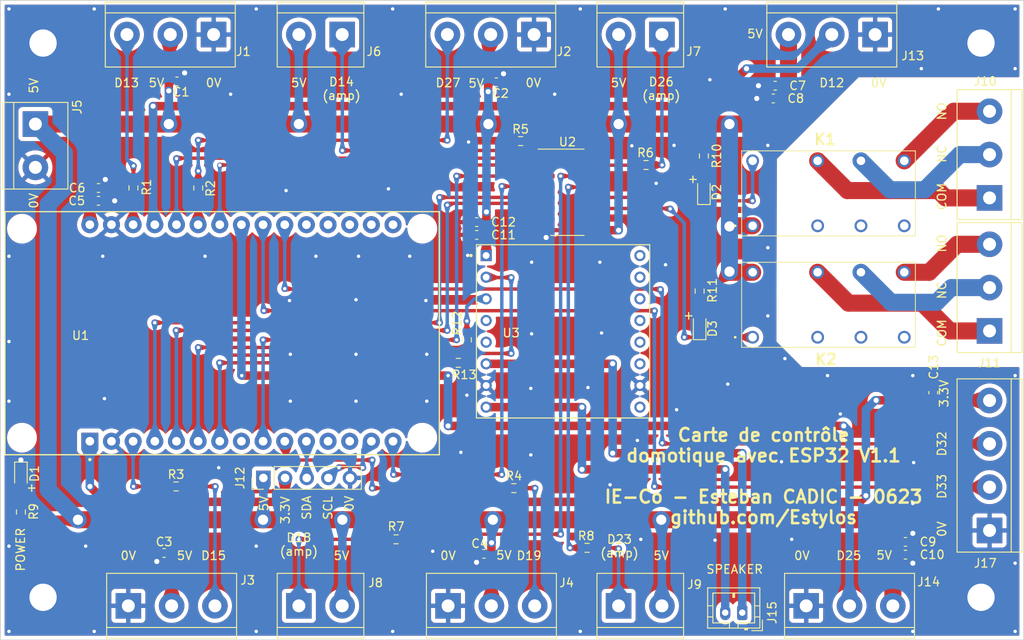
<source format=kicad_pcb>
(kicad_pcb (version 20221018) (generator pcbnew)
  (title_block (title "Circuit de contrôle domotique avec ESP32") (date "2023-06-15") (rev "V1.1") (company "IE-Concept") (comment 1 "Esteban CADIC"))
  (layers (0 "F.Cu" signal) (31 "B.Cu" signal) (34 "B.Paste" user) (35 "F.Paste" user) (36 "B.SilkS" user "B.Silkscreen") (37 "F.SilkS" user "F.Silkscreen") (38 "B.Mask" user) (39 "F.Mask" user) (44 "Edge.Cuts" user))
  (net 0 "")
  (net 1 "+5V")
  (net 2 "GND")
  (net 3 "Net-(J2-Pin_3)")
  (net 4 "Net-(J3-Pin_3)")
  (net 5 "Net-(J4-Pin_3)")
  (net 6 "Net-(J6-Pin_1)")
  (net 7 "Net-(J7-Pin_1)")
  (net 8 "Net-(J8-Pin_1)")
  (net 9 "/R1_NC")
  (net 10 "/R1_COM")
  (net 11 "/R1_NO")
  (net 12 "/PWM1")
  (net 13 "/PWM2")
  (net 14 "/SCL")
  (net 15 "/SDA")
  (net 16 "+3.3V")
  (net 17 "/RELAY1_AMP")
  (net 18 "/RELAY2_AMP")
  (net 19 "/IR1_AMP")
  (net 20 "/IR2_AMP")
  (net 21 "/IR3_AMP")
  (net 22 "/IR4_AMP")
  (net 23 "/UART2_RXD")
  (net 24 "Net-(U3-TX)")
  (net 25 "/UART2_TXD")
  (net 26 "Net-(U3-RX)")
  (net 27 "/RING1")
  (net 28 "/RING2")
  (net 29 "/RING3")
  (net 30 "/RING4")
  (net 31 "/IR4")
  (net 32 "/IR3")
  (net 33 "/IR1")
  (net 34 "/IR2")
  (net 35 "/RELAY2")
  (net 36 "/RELAY1")
  (net 48 "/MISC1")
  (net 49 "/MISC2")
  (net 58 "Net-(J1-Pin_3)")
  (net 59 "Net-(J15-Pin_2)")
  (net 60 "/R2_COM")
  (net 61 "/R2_NC")
  (net 62 "/R2_NO")
  (net 69 "Net-(J9-Pin_1)")
  (net 70 "Net-(D1-A)")
  (net 71 "Net-(D2-A)")
  (net 72 "Net-(D3-A)")
  (net 73 "Net-(J15-Pin_1)")
  (footprint "TerminalBlock:TerminalBlock_bornier-3_P5.08mm" (layer "F.Cu") (at 87.58 29 180)
    (fp_text reference "J2")
    (fp_text value "RING2")
  )
  (footprint "Capacitor_SMD:C_0603_1608Metric_Pad1.08x0.95mm_HandSolder" (layer "F.Cu") (at 131.1375 90)
    (fp_text reference "C10")
    (fp_text value "10u")
  )
  (footprint "TerminalBlock:TerminalBlock_bornier-3_P5.08mm" (layer "F.Cu") (at 40 96)
    (fp_text reference "J3")
    (fp_text value "RING3")
  )
  (footprint "Resistor_SMD:R_0603_1608Metric_Pad0.98x0.95mm_HandSolder" (layer "F.Cu") (at 85.2125 82.2)
    (fp_text reference "R4")
    (fp_text value "100")
  )
  (footprint "TerminalBlock:TerminalBlock_bornier-2_P5.08mm" (layer "F.Cu") (at 97.5 96)
    (fp_text reference "J9")
    (fp_text value "IR4")
  )
  (footprint "Resistor_SMD:R_0603_1608Metric_Pad0.98x0.95mm_HandSolder" (layer "F.Cu") (at 78.7 67.5)
    (fp_text reference "R13")
    (fp_text value "100")
  )
  (footprint "Resistor_SMD:R_0603_1608Metric_Pad0.98x0.95mm_HandSolder" (layer "F.Cu") (at 100.7125 44.3)
    (fp_text reference "R6")
    (fp_text value "100")
  )
  (footprint "Connector_JST:JST_PH_B2B-PH-K_1x02_P2.00mm_Vertical" (layer "F.Cu") (at 112 96.8 180)
    (fp_text reference "J15")
    (fp_text value "JST_SPK1")
  )
  (footprint "TerminalBlock:TerminalBlock_bornier-3_P5.08mm" (layer "F.Cu") (at 77.5 96)
    (fp_text reference "J4")
    (fp_text value "RING4")
  )
  (footprint "LED_SMD:LED_0603_1608Metric_Pad1.05x0.95mm_HandSolder" (layer "F.Cu") (at 107.5 47.275 90)
    (fp_text reference "D2")
    (fp_text value "LED")
  )
  (footprint "LED_SMD:LED_0603_1608Metric_Pad1.05x0.95mm_HandSolder" (layer "F.Cu") (at 107 63.125 90)
    (fp_text reference "D3")
    (fp_text value "LED")
  )
  (footprint "Resistor_SMD:R_0603_1608Metric_Pad0.98x0.95mm_HandSolder" (layer "F.Cu") (at 27.4 85 90)
    (fp_text reference "R9")
    (fp_text value "220")
  )
  (footprint "Capacitor_SMD:C_0603_1608Metric_Pad1.08x0.95mm_HandSolder" (layer "F.Cu") (at 81.7 89.9 180)
    (fp_text reference "C4")
    (fp_text value "0.1u")
  )
  (footprint "Resistor_SMD:R_0603_1608Metric_Pad0.98x0.95mm_HandSolder" (layer "F.Cu") (at 45.6 82)
    (fp_text reference "R3")
    (fp_text value "100")
  )
  (footprint "Resistor_SMD:R_0603_1608Metric_Pad0.98x0.95mm_HandSolder" (layer "F.Cu") (at 107 59.0875 -90)
    (fp_text reference "R11")
    (fp_text value "220")
  )
  (footprint "Resistor_SMD:R_0603_1608Metric_Pad0.98x0.95mm_HandSolder" (layer "F.Cu") (at 79.7 64.8 90)
    (fp_text reference "R12")
    (fp_text value "100")
  )
  (footprint "TerminalBlock:TerminalBlock_bornier-3_P5.08mm" (layer "F.Cu") (at 50 29 180)
    (fp_text reference "J1")
    (fp_text value "RING1")
  )
  (footprint "Capacitor_SMD:C_0603_1608Metric_Pad1.08x0.95mm_HandSolder" (layer "F.Cu") (at 115.6375 36.5 180)
    (fp_text reference "C8")
    (fp_text value "10u")
  )
  (footprint "Resistor_SMD:R_0603_1608Metric_Pad0.98x0.95mm_HandSolder" (layer "F.Cu") (at 86.0125 41.5 180)
    (fp_text reference "R5")
    (fp_text value "100")
  )
  (footprint "Connector_PinHeader_2.54mm:PinHeader_1x05_P2.54mm_Vertical" (layer "F.Cu") (at 55.84 81 90)
    (fp_text reference "J12")
    (fp_text value "I2C")
  )
  (footprint "CARTE_DOMO_EMP:MODULE_DFR0299" (layer "F.Cu") (at 90.983 63.81)
    (fp_text reference "U3")
    (fp_text value "DFR0299")
  )
  (footprint "CARTE_DOMO_EMP:J104D2C24VDC20S" (layer "F.Cu") (at 113.22 51.43)
    (fp_text reference "K1")
    (fp_text value "RELAY" hide)
  )
  (footprint "Resistor_SMD:R_0603_1608Metric_Pad0.98x0.95mm_HandSolder" (layer "F.Cu") (at 93.8 89.2)
    (fp_text reference "R8")
    (fp_text value "100")
  )
  (footprint "Capacitor_SMD:C_0603_1608Metric_Pad1.08x0.95mm_HandSolder" (layer "F.Cu") (at 36.5 47)
    (fp_text reference "C6")
    (fp_text value "10u")
  )
  (footprint "LED_SMD:LED_0603_1608Metric_Pad1.05x0.95mm_HandSolder" (layer "F.Cu") (at 27.4 80.8 -90)
    (fp_text reference "D1")
    (fp_text value "LED")
  )
  (footprint "Capacitor_SMD:C_0603_1608Metric_Pad1.08x0.95mm_HandSolder" (layer "F.Cu") (at 134.4 71 90)
    (fp_text reference "C13")
    (fp_text value "0.1u")
  )
  (footprint "CARTE_DOMO_EMP:J104D2C24VDC20S" (layer "F.Cu") (at 113.22 64.5)
    (fp_text reference "K2")
    (fp_text value "RELAY" hide)
  )
  (footprint "TerminalBlock:TerminalBlock_bornier-2_P5.08mm" (layer "F.Cu") (at 65.08 29 180)
    (fp_text reference "J6")
    (fp_text value "IR1")
  )
  (footprint "TerminalBlock:TerminalBlock_bornier-2_P5.08mm" (layer "F.Cu") (at 102.58 29 180)
    (fp_text reference "J7")
    (fp_text value "IR2")
  )
  (footprint "CARTE_DOMO_EMP:MODULE_ESP32_DEVKIT_V1" (layer "F.Cu") (at 51 64 90)
    (fp_text reference "U1")
    (fp_text value "ESP32_NODEMCU")
  )
  (footprint "Capacitor_SMD:C_0603_1608Metric_Pad1.08x0.95mm_HandSolder" (layer "F.Cu") (at 115.8625 35 180)
    (fp_text reference "C7")
    (fp_text value "10u")
  )
  (footprint "Resistor_SMD:R_0603_1608Metric_Pad0.98x0.95mm_HandSolder" (layer "F.Cu") (at 71.4 88.2 180)
    (fp_text reference "R7")
    (fp_text value "100")
  )
  (footprint "Capacitor_SMD:C_0603_1608Metric_Pad1.08x0.95mm_HandSolder" (layer "F.Cu") (at 44.2 89.8 180)
    (fp_text reference "C3")
    (fp_text value "0.1u")
  )
  (footprint "Resistor_SMD:R_0603_1608Metric_Pad0.98x0.95mm_HandSolder" (layer "F.Cu") (at 40.6 46.9875 90)
    (fp_text reference "R1")
    (fp_text value "100")
  )
  (footprint "Capacitor_SMD:C_0603_1608Metric_Pad1.08x0.95mm_HandSolder" (layer "F.Cu") (at 36.5 48.5)
    (fp_text reference "C5")
    (fp_text value "10u")
  )
  (footprint "TerminalBlock:TerminalBlock_bornier-3_P5.08mm" (layer "F.Cu") (at 141 48.16 90)
    (fp_text reference "J10")
    (fp_text value "RELAY1")
  )
  (footprint "TerminalBlock:TerminalBlock_bornier-4_P5.08mm" (layer "F.Cu") (at 141 87.16 90)
    (fp_text reference "J17")
    (fp_text value "MISC")
  )
  (footprint "Capacitor_SMD:C_0603_1608Metric_Pad1.08x0.95mm_HandSolder" (layer "F.Cu") (at 80.8625 51 180)
    (fp_text reference "C12")
    (fp_text value "10u")
  )
  (footprint "Capacitor_SMD:C_0603_1608Metric_Pad1.08x0.95mm_HandSolder" (layer "F.Cu") (at 80.8625 52.5 180)
    (fp_text reference "C11")
    (fp_text value "10u")
  )
  (footprint "Capacitor_SMD:C_0603_1608Metric_Pad1.08x0.95mm_HandSolder" (layer "F.Cu") (at 131.1375 88.5)
    (fp_text reference "C9")
    (fp_text value "10u")
  )
  (footprint "Capacitor_SMD:C_0603_1608Metric_Pad1.08x0.95mm_HandSolder" (layer "F.Cu") (at 45.7 34.5)
    (fp_text reference "C1")
    (fp_text value "0.1u")
  )
  (footprint "TerminalBlock:TerminalBlock_bornier-2_P5.08mm" (layer "F.Cu") (at 29.1 39.5 -90)
    (fp_text reference "J5")
    (fp_text value "5V")
  )
  (footprint "Capacitor_SMD:C_0603_1608Metric_Pad1.08x0.95mm_HandSolder" (layer "F.Cu") (at 83.1625 34.6)
    (fp_text reference "C2")
    (fp_text value "0.1u")
  )
  (footprint "Package_SO:SOIC-16_3.9x9.9mm_P1.27mm" (layer "F.Cu") (at 91.5 47.5)
    (fp_text reference "U2")
    (fp_text value "ULN2003A")
  )
  (footprint "TerminalBlock:TerminalBlock_bornier-3_P5.08mm" (layer "F.Cu") (at 119.5 96)
    (fp_text reference "J14")
    (fp_text value "PWM2")
  )
  (footprint "TerminalBlock:TerminalBlock_bornier-3_P5.08mm" (layer "F.Cu") (at 141 63.76 90)
    (fp_text reference "J11")
    (fp_text value "RELAY2")
  )
  (footprint "TerminalBlock:TerminalBlock_bornier-3_P5.08mm" (layer "F.Cu") (at 127.58 29 180)
    (fp_text reference "J13")
    (fp_text value "PWM1")
  )
  (footprint "Resistor_SMD:R_0603_1608Metric_Pad0.98x0.95mm_HandSolder" (layer "F.Cu") (at 48.2 47 90)
    (fp_text reference "R2")
    (fp_text value "100")
  )
  (footprint "Resistor_SMD:R_0603_1608Metric_Pad0.98x0.95mm_HandSolder" (layer "F.Cu") (at 107.5 43.2375 -90)
    (fp_text reference "R10")
    (fp_text value "220")
  )
  (footprint "TerminalBlock:TerminalBlock_bornier-2_P5.08mm" (layer "F.Cu") (at 60 96)
    (fp_text reference "J8")
    (fp_text value "IR3")
  )
  (gr_rect (start 25 25) (end 145 100) (stroke (width 0.1)) (fill none) (layer "Edge.Cuts"))
  (gr_text "5V" (at 97.5 35.25) (layer "F.SilkS") (effects (font (size 1 1)) (justify bottom)))
  (gr_text "COM" (at 136 48 90) (layer "F.SilkS") (effects (font (size 1 1)) (justify bottom)))
  (gr_text "D33" (at 136 82 90) (layer "F.SilkS") (effects (font (size 1 1)) (justify bottom)))
  (gr_text "5V" (at 65 90.7) (layer "F.SilkS") (effects (font (size 1 1)) (justify bottom)))
  (gr_text "5V" (at 128.65 90.65) (layer "F.SilkS") (effects (font (size 1 1)) (justify bottom)))
  (gr_text "NC" (at 136 59 90) (layer "F.SilkS") (effects (font (size 1 1)) (justify bottom)))
  (gr_text "3.3V" (at 59 86.5 90) (layer "F.SilkS") (effects (font (size 1 1)) (justify left bottom)))
  (gr_text "D19" (at 87 90.7) (layer "F.SilkS") (effects (font (size 1 1)) (justify bottom)))
  (gr_text "0V" (at 29.5 49.5 90) (layer "F.SilkS") (effects (font (size 1 1)) (justify left bottom)))
  (gr_text "+" (at 105 62.5) (layer "F.SilkS") (effects (font (size 1 1)) (justify left bottom)))
  (gr_text "5V" (at 56.5 85 90) (layer "F.SilkS") (effects (font (size 1 1)) (justify left bottom)))
  (gr_text "POWER" (at 27.95 92.05 90) (layer "F.SilkS") (effects (font (size 1 1)) (justify left bottom)))
  (gr_text "5V" (at 46.6 90.7) (layer "F.SilkS") (effects (font (size 1 1)) (justify bottom)))
  (gr_text "NC" (at 136 43 90) (layer "F.SilkS") (effects (font (size 1 1)) (justify bottom)))
  (gr_text "D26\n(amp)" (at 102.5 36.75) (layer "F.SilkS") (effects (font (size 1 1)) (justify bottom)))
  (gr_text "0V" (at 39 90.7) (layer "F.SilkS") (effects (font (size 1 1)) (justify left bottom)))
  (gr_text "SPEAKER" (at 107.7 92.3) (layer "F.SilkS") (effects (font (size 1 1)) (justify left bottom)))
  (gr_text "NO" (at 136 53.5 90) (layer "F.SilkS") (effects (font (size 1 1)) (justify bottom)))
  (gr_text "0V" (at 77.5 90.7) (layer "F.SilkS") (effects (font (size 1 1)) (justify bottom)))
  (gr_text "D13" (at 39.8 35.25) (layer "F.SilkS") (effects (font (size 1 1)) (justify bottom)))
  (gr_text "0V" (at 128 35.25) (layer "F.SilkS") (effects (font (size 1 1)) (justify bottom)))
  (gr_text "+" (at 27.95 82.7) (layer "F.SilkS") (effects (font (size 1 1)) (justify left bottom)))
  (gr_text "D25" (at 124.5 90.7) (layer "F.SilkS") (effects (font (size 1 1)) (justify bottom)))
  (gr_text "0V" (at 49 35.25) (layer "F.SilkS") (effects (font (size 1 1)) (justify left bottom)))
  (gr_text "0V" (at 87.5 35.25) (layer "F.SilkS") (effects (font (size 1 1)) (justify bottom)))
  (gr_text "SDA" (at 61.5 86 90) (layer "F.SilkS") (effects (font (size 1 1)) (justify left bottom)))
  (gr_text "5V" (at 80.8 35.3) (layer "F.SilkS") (effects (font (size 1 1)) (justify bottom)))
  (gr_text "5V" (at 60 35.25) (layer "F.SilkS") (effects (font (size 1 1)) (justify bottom)))
  (gr_text "COM" (at 136 64 90) (layer "F.SilkS") (effects (font (size 1 1)) (justify bottom)))
  (gr_text "5V" (at 102.5 90.7) (layer "F.SilkS") (effects (font (size 1 1)) (justify bottom)))
  (gr_text "5V" (at 29.5 36 90) (layer "F.SilkS") (effects (font (size 1 1)) (justify left bottom)))
  (gr_text "+" (at 105.5 46.5) (layer "F.SilkS") (effects (font (size 1 1)) (justify left bottom)))
  (gr_text "D12" (at 122.5 35.25) (layer "F.SilkS") (effects (font (size 1 1)) (justify bottom)))
  (gr_text "5V" (at 113.5 29.5) (layer "F.SilkS") (effects (font (size 1 1)) (justify bottom)))
  (gr_text "D27" (at 77.5 35.25) (layer "F.SilkS") (effects (font (size 1 1)) (justify bottom)))
  (gr_text "Carte de contrôle\ndomotique avec ESP32 V1.1\n\nIE-Co - Esteban CADIC - 0623\ngithub.com/Estylos\n" (at 114.5 86.5) (layer "F.SilkS") (effects (font (size 1.5 1.5) (thickness 0.3) bold) (justify bottom)))
  (gr_text "0V" (at 66.5 85 90) (layer "F.SilkS") (effects (font (size 1 1)) (justify left bottom)))
  (gr_text "NO" (at 136 38 90) (layer "F.SilkS") (effects (font (size 1 1)) (justify bottom)))
  (gr_text "0V" (at 119 90.7) (layer "F.SilkS") (effects (font (size 1 1)) (justify bottom)))
  (gr_text "D18\n(amp)" (at 60 90.2) (layer "F.SilkS") (effects (font (size 1 1)) (justify bottom)))
  (gr_text "D32" (at 136 77 90) (layer "F.SilkS") (effects (font (size 1 1)) (justify bottom)))
  (gr_text "5V" (at 84.05 90.65) (layer "F.SilkS") (effects (font (size 1 1)) (justify bottom)))
  (gr_text "D23\n(amp)" (at 97.6 90.4) (layer "F.SilkS") (effects (font (size 1 1)) (justify bottom)))
  (gr_text "D14\n(amp)" (at 65 36.75) (layer "F.SilkS") (effects (font (size 1 1)) (justify bottom)))
  (gr_text "3.3V" (at 136.25 71.1 90) (layer "F.SilkS") (effects (font (size 1 1)) (justify bottom)))
  (gr_text "SCL" (at 64 86 90) (layer "F.SilkS") (effects (font (size 1 1)) (justify left bottom)))
  (gr_text "5V" (at 43.3 35.25) (layer "F.SilkS") (effects (font (size 1 1)) (justify bottom)))
  (gr_text "D15" (at 50 90.7) (layer "F.SilkS") (effects (font (size 1 1)) (justify bottom)))
  (gr_text "0V" (at 136 87 90) (layer "F.SilkS") (effects (font (size 1 1)) (justify bottom)))
  (segment (start 93.98 51.95) (end 93.975 51.945) (width 1) (layer "F.Cu") (net 1))
  (segment (start 82.2 35.7) (end 82.2 29.3) (width 1) (layer "F.Cu") (net 1))
  (segment (start 107.5 39.55) (end 107.45 39.5) (width 1) (layer "F.Cu") (net 1))
  (segment (start 43.5 85.905113) (end 34.205113 85.905113) (width 2) (layer "F.Cu") (net 1))
  (segment (start 65.1 85.905113) (end 102.5 85.905113) (width 2) (layer "F.Cu") (net 1))
  (segment (start 34.205113 85.905113) (end 34.2 85.9) (width 2) (layer "F.Cu") (net 1))
  (segment (start 45.08 96) (end 45.08 85.905113) (width 1) (layer "F.Cu") (net 1))
  (segment (start 110.58 56.88) (end 110.5 56.8) (width 2) (layer "F.Cu") (net 1))
  (segment (start 110.5 39.5) (end 114.5 39.5) (width 2) (layer "F.Cu") (net 1))
  (segment (start 97.5 39.5) (end 35.5 39.5) (width 2) (layer "F.Cu") (net 1))
  (segment (start 34.094887 85.905113) (end 27.407387 85.905113) (width 1) (layer "F.Cu") (net 1))
  (segment (start 34.2 85.9) (end 34.194887 85.905113) (width 2) (layer "F.Cu") (net 1))
  (segment (start 44.8375 29.0825) (end 44.92 29) (width 1) (layer "F.Cu") (net 1))
  (segment (start 113.22 51.43) (end 110.57 51.43) (width 2) (layer "F.Cu") (net 1))
  (segment (start 107 58.175) (end 109.125 58.175) (width 0.4) (layer "F.Cu") (net 1))
  (segment (start 65.1 85.905113) (end 55.8 85.905113) (width 2) (layer "F.Cu") (net 1))
  (segment (start 107.45 39.5) (end 97.5 39.5) (width 2) (layer "F.Cu") (net 1))
  (segment (start 97.5 51.95) (end 93.98 51.95) (width 1) (layer "F.Cu") (net 1))
  (segment (start 107.5 42.325) (end 107.5 39.55) (width 1) (layer "F.Cu") (net 1))
  (segment (start 82.58 88.62) (end 82.58 96) (width 1) (layer "F.Cu") (net 1))
  (segment (start 82 49.7995) (end 82 54.886) (width 1) (layer "F.Cu") (net 1))
  (segment (start 27.407387 85.905113) (end 27.4 85.9125) (width 1) (layer "F.Cu") (net 1))
  (segment (start 110.5 39.5) (end 107.45 39.5) (width 2) (layer "F.Cu") (net 1))
  (segment (start 129.66 88.16) (end 129.66 96) (width 2) (layer "F.Cu") (net 1))
  (segment (start 82 54.886) (end 81.966 54.92) (width 1) (layer "F.Cu") (net 1))
  (segment (start 35.485 51.3) (end 35.485 39.515) (width 1) (layer "F.Cu") (net 1))
  (segment (start 102.5 85.905113) (end 127.405113 85.905113) (width 2) (layer "F.Cu") (net 1))
  (segment (start 44.75 35.6) (end 44.75 34.5875) (width 1) (layer "F.Cu") (net 1))
  (segment (start 113.22 56.88) (end 110.58 56.88) (width 2) (layer "F.Cu") (net 1))
  (segment (start 44.8375 34.5) (end 44.8375 29.0825) (width 1) (layer "F.Cu") (net 1))
  (segment (start 117.42 36.58) (end 117.42 29) (width 2) (layer "F.Cu") (net 1))
  (segment (start 114.5 39.5) (end 117.42 36.58) (width 2) (layer "F.Cu") (net 1))
  (segment (start 82.6 88.6) (end 82.58 88.62) (width 1) (layer "F.Cu") (net 1))
  (segment (start 110.57 51.43) (end 110.5 51.5) (width 2) (layer "F.Cu") (net 1))
  (segment (start 35.5 39.5) (end 29.1 39.5) (width 2) (layer "F.Cu") (net 1))
  (segment (start 35.485 39.515) (end 35.5 39.5) (width 1) (layer "F.Cu") (net 1))
  (segment (start 127.405113 85.905113) (end 129.66 88.16) (width 2) (layer "F.Cu") (net 1))
  (segment (start 43.5 85.905113) (end 55.8 85.905113) (width 2) (layer "F.Cu") (net 1))
  (segment (start 109.125 58.175) (end 110.5 56.8) (width 0.4) (layer "F.Cu") (net 1))
  (segment (start 34.194887 85.905113) (end 34.094887 85.905113) (width 2) (layer "F.Cu") (net 1))
  (via (at 82.225 39.5) (size 2) (drill 1.2) (layers "F.Cu" "B.Cu") (net 1))
  (via (at 110.5 51.5) (size 2) (drill 1.2) (layers "F.Cu" "B.Cu") (net 1))
  (via (at 97.5 39.5) (size 2) (drill 1.2) (layers "F.Cu" "B.Cu") (net 1))
  (via (at 97.5 51.95) (size 1) (drill 0.6) (layers "F.Cu" "B.Cu") (net 1))
  (via (at 82 49.7995) (size 1) (drill 0.6) (layers "F.Cu" "B.Cu") (net 1))
  (via (at 34.094887 85.905113) (size 2) (drill 1.2) (layers "F.Cu" "B.Cu") (net 1))
  (via (at 65.1 85.905113) (size 2) (drill 1.2) (layers "F.Cu" "B.Cu") (net 1))
  (via (at 82.2 35.7) (size 1) (drill 0.6) (layers "F.Cu" "B.Cu") (net 1))
  (via (at 82.75 85.905113) (size 2) (drill 1.2) (layers "F.Cu" "B.Cu") (net 1))
  (via (at 55.8 85.905113) (size 2) (drill 1.2) (layers "F.Cu" "B.Cu") (net 1))
  (via (at 60 39.5) (size 2) (drill 1.2) (layers "F.Cu" "B.Cu") (net 1))
  (via (at 44.75 35.6) (size 1) (drill 0.6) (layers "F.Cu" "B.Cu") (net 1))
  (via (at 110.5 56.8) (size 2) (drill 1.2) (layers "F.Cu" "B.Cu") (net 1))
  (via (at 82.6 88.6) (size 1) (drill 0.6) (layers "F.Cu" "B.Cu") (net 1))
  (via (at 44.75 39.5) (size 2) (drill 1.2) (layers "F.Cu" "B.Cu") (net 1))
  (via (at 110.5 39.5) (size 2) (drill 1.2) (layers "F.Cu" "B.Cu") (net 1))
  (via (at 102.5 85.905113) (size 2) (drill 1.2) (layers "F.Cu" "B.Cu") (net 1))
  (segment (start 102.58 96) (end 102.58 85.985113) (width 1) (layer "B.Cu") (net 1))
  (segment (start 97.5 29) (end 97.5 39.5) (width 1) (layer "B.Cu") (net 1))
  (segment (start 81.955113 39.769887) (end 82.225 39.5) (width 1) (layer "B.Cu") (net 1))
  (segment (start 32.5 47) (end 32.5 42.9) (width 2) (layer "B.Cu") (net 1))
  (segment (start 82.6 86.055113) (end 82.75 85.905113) (width 1) (layer "B.Cu") (net 1))
  (segment (start 44.75 35.6) (end 44.75 39.5) (width 1) (layer "B.Cu") (net 1))
  (segment (start 55.84 81) (end 55.84 85.865113) (width 1) (layer "B.Cu") (net 1))
  (segment (start 32.5 47) (end 30.6 48.9) (width 2) (layer "B.Cu") (net 1))
  (segment (start 29.1 39.5) (end 32.5 42.9) (width 2) (layer "B.Cu") (net 1))
  (segment (start 30.6 82.410226) (end 34.094887 85.905113) (width 2) (layer "B.Cu") (net 1))
  (segment (start 65.1 85.905113) (end 65.1 95.98) (width 1) (layer "B.Cu") (net 1))
  (segment (start 110.5 39.5) (end 110.5 48.7) (width 2) (layer "B.Cu") (net 1))
  (segment (start 82.225 35.725) (end 82.2 35.7) (width 1) (layer "B.Cu") (net 1))
  (segment (start 65.1 95.98) (end 65.08 96) (width 2) (layer "B.Cu") (net 1))
  (segment (start 55.84 85.865113) (end 55.8 85.905113) (width 1) (layer "B.Cu") (net 1))
  (segment (start 30.6 48.9) (end 30.6 82.410226) (width 2) (layer "B.Cu") (net 1))
  (segment (start 60 39.5) (end 60 29) (width 1) (layer "B.Cu") (net 1))
  (segment (start 82.225 39.5) (end 82.225 35.725) (width 1) (layer "B.Cu") (net 1))
  (segment (start 82 39.725) (end 82 49.7995) (width 1) (layer "B.Cu") (net 1))
  (segment (start 110.5 52.9) (end 110.5 56.8) (width 2) (layer "B.Cu") (net 1))
  (segment (start 97.5 51.95) (end 97.5 39.5) (width 1) (layer "B.Cu") (net 1))
  (segment (start 82.225 39.5) (end 82 39.725) (width 1) (layer "B.Cu") (net 1))
  (segment (start 82.6 88.6) (end 82.6 86.055113) (width 1) (layer "B.Cu") (net 1))
  (segment (start 110.5 48.7) (end 110.5 52.9) (width 2) (layer "B.Cu") (net 1))
  (segment (start 102.58 85.985113) (end 102.5 85.905113) (width 2) (layer "B.Cu") (net 1))
  (segment (start 113.7 36.5) (end 114.775 36.5) (width 1) (layer "F.Cu") (net 2))
  (segment (start 115 35) (end 113.9 35) (width 1) (layer "F.Cu") (net 2))
  (segment (start 132 88.5) (end 132 87.5) (width 1) (layer "F.Cu") (net 2))
  (segment (start 89.025 51.945) (end 89.025 52.775) (width 1) (layer "F.Cu") (net 2))
  (segment (start 80.8375 90.9) (end 80.8375 89.9) (width 1) (layer "F.Cu") (net 2))
  (segment (start 27.4 79.925) (end 27.4 78.9) (width 1) (layer "F.Cu") (net 2))
  (segment (start 43.3375 90.8) (end 43.3375 89.8) (width 1) (layer "F.Cu") (net 2))
  (segment (start 89.025 52.775) (end 89 52.8) (width 1) (layer "F.Cu") (net 2))
  (segment (start 46.6 33.5) (end 46.5625 33.5375) (width 1) (layer "F.Cu") (net 2))
  (segment (start 37.3625 47) (end 37.3625 46.0625) (width 1) (layer "F.Cu") (net 2))
  (segment (start 37.3625 48.5) (end 38.4 48.5) (width 1) (layer "F.Cu") (net 2))
  (segment (start 84.025 34.6) (end 84.025 33.625) (width 1) (layer "F.Cu") (net 2))
  (segment (start 46.5625 33.5375) (end 46.5625 34.5) (width 1) (layer "F.Cu") (net 2))
  (segment (start 84.025 33.625) (end 84 33.6) (width 1) (layer "F.Cu") (net 2))
  (segment (start 132 90) (end 132 91) (width 1) (layer "F.Cu") (net 2))
  (segment (start 37.3625 46.0625) (end 37.3 46) (width 1) (layer "F.Cu") (net 2))
  (via (at 87.2 78.3) (size 0.6) (drill 0.4) (layers "F.Cu" "B.Cu") (net 2))
  (via (at 132 84) (size 0.6) (drill 0.4) (layers "F.Cu" "B.Cu") (net 2))
  (via (at 117.8 88.2) (size 0.6) (drill 0.4) (layers "F.Cu" "B.Cu") (net 2))
  (via (at 87.2 70.5) (size 0.6) (drill 0.4) (layers "F.Cu" "B.Cu") (net 2))
  (via (at 117 67) (size 0.6) (drill 0.4) (layers "F.Cu" "B.Cu") (net 2))
  (via (at 144 91) (size 0.6) (drill 0.4) (layers "F.Cu" "B.Cu") (net 2))
  (via (at 59 66.5) (size 0.6) (drill 0.4) (layers "F.Cu" "B.Cu") (net 2))
  (via (at 26 26) (size 0.6) (drill 0.4) (layers "F.Cu" "B.Cu") (net 2))
  (via (at 132.1 79.2) (size 0.6) (drill 0.4) (layers "F.Cu" "B.Cu") (net 2))
  (via (at 132 87.5) (size 1) (drill 0.6) (layers "F.Cu" "B.Cu") (net 2))
  (via (at 116.6 79.1) (size 0.6) (drill 0.4) (layers "F.Cu" "B.Cu") (net 2))
  (via (at 27.4 78.9) (size 1) (drill 0.6) (layers "F.Cu" "B.Cu") (net 2))
  (via (at 26 72) (size 0.6) (drill 0.4) (layers "F.Cu" "B.Cu") (net 2))
  (via (at 75 66.5) (size 0.6) (drill 0.4) (layers "F.Cu" "B.Cu") (net 2))
  (via (at 93 26) (size 0.6) (drill 0.4) (layers "F.Cu" "B.Cu") (net 2))
  (via (at 70.5 47.1) (size 0.6) (drill 0.4) (layers "F.Cu" "B.Cu") (net 2))
  (via (at 66.7 66.5) (size 0.6) (drill 0.4) (layers "F.Cu" "B.Cu") (net 2))
  (via (at 36 26) (size 0.6) (drill 0.4) (layers "F.Cu" "B.Cu") (net 2))
  (via (at 144 69) (size 0.6) (drill 0.4) (layers "F.Cu" "B.Cu") (net 2))
  (via (at 52 36) (size 0.6) (drill 0.4) (layers "F.Cu" "B.Cu") (net 2))
  (via (at 26 36) (size 0.6) (drill 0.4) (layers "F.Cu" "B.Cu") (net 2))
  (via (at 89 52.8) (size 1) (drill 0.6) (layers "F.Cu" "B.Cu") (net 2))
  (via (at 96.5 81.8) (size 0.6) (drill 0.4) (layers "F.Cu" "B.Cu") (net 2))
  (via (at 95.5 64) (size 0.6) (drill 0.4) (layers "F.Cu" "B.Cu") (net 2))
  (via (at 95.3 55.7) (size 0.6) (drill 0.4) (layers "F.Cu" "B.Cu") (net 2))
  (via (at 84 33.6) (size 1) (drill 0.6) (layers "F.Cu" "B.Cu") (net 2))
  (via (at 72 36) (size 0.6) (drill 0.4) (layers "F.Cu" "B.Cu") (net 2))
  (via (at 110.3 70) (size 0.6) (drill 0.4) (layers "F.Cu" "B.Cu") (net 2))
  (via (at 115 54) (size 0.6) (drill 0.4) (layers "F.Cu" "B.Cu") (net 2))
  (via (at 67 55) (size 0.6) (drill 0.4) (layers "F.Cu" "B.Cu") (net 2))
  (via (at 115 62) (size 0.6) (drill 0.4) (layers "F.Cu" "B.Cu") (net 2))
  (via (at 35 89) (size 0.6) (drill 0.4) (layers "F.Cu" "B.Cu") (net 2))
  (via (at 26 89) (size 0.6) (drill 0.4) (layers "F.Cu" "B.Cu") (net 2))
  (via (at 58.5 47.3) (size 0.6) (drill 0.4) (layers "F.Cu" "B.Cu") (net 2))
  (via (at 74.9 60.2) (size 0.6) (drill 0.4) (layers "F.Cu" "B.Cu") (net 2))
  (via (at 75.7 89.6) (size 0.6) (drill 0.4) (layers "F.Cu" "B.Cu") (net 2))
  (via (at 115 42) (size 0.6) (drill 0.4) (layers "F.Cu" "B.Cu") (net 2))
  (via (at 110 26) (size 0.6) (drill 0.4) (layers "F.Cu" "B.Cu") (net 2))
  (via (at 101.9 46.45) (size 0.6) (drill 0.4) (layers "F.Cu" "B.Cu") (net 2))
  (via (at 58.9 60.2) (size 0.6) (drill 0.4) (layers "F.Cu" "B.Cu") (net 2))
  (via (at 38.4 48.5) (size 1) (drill 0.6) (layers "F.Cu" "B.Cu") (net 2))
  (via (at 66.7 60.1) (size 0.6) (drill 0.4) (layers "F.Cu" "B.Cu") (net 2))
  (via (at 55 89) (size 0.6) (drill 0.4) (layers "F.Cu" "B.Cu") (net 2))
  (via (at 37.3 46) (size 1) (drill 0.6) (layers "F.Cu" "B.Cu") (net 2))
  (via (at 133 33) (size 0.6) (drill 0.4) (layers "F.Cu" "B.Cu") (net 2))
  (via (at 46.6 33.5) (size 1) (drill 0.6) (layers "F.Cu" "B.Cu") (net 2))
  (via (at 93 99) (size 0.6) (drill 0.4) (layers "F.Cu" "B.Cu") (net 2))
  (via (at 135 26) (size 0.6) (drill 0.4) (layers "F.Cu" "B.Cu") (net 2))
  (via (at 132 91) (size 1) (drill 0.6) (layers "F.Cu" "B.Cu") (net 2))
  (via (at 26 55) (size 0.6) (drill 0.4) (layers "F.Cu" "B.Cu") (net 2))
  (via (at 99.05 42.05) (size 0.6) (drill 0.4) (layers "F.Cu" "B.Cu") (net 2))
  (via (at 87.3 64.1) (size 0.6) (drill 0.4) (layers "F.Cu" "B.Cu") (net 2))
  (via (at 113.9 35) (size 1) (drill 0.6) (layers "F.Cu" "B.Cu") (net 2))
  (via (at 30 30) (size 6.4) (drill 3.2) (layers "F.Cu" "B.Cu") (net 2))
  (via (at 140 95) (size 6.4) (drill 3.2) (layers "F.Cu" "B.Cu") (net 2))
  (via (at 55 26) (size 0.6) (drill 0.4) (layers "F.Cu" "B.Cu") (net 2))
  (via (at 79.8 54.9) (size 0.6) (drill 0.4) (layers "F.Cu" "B.Cu") (net 2))
  (via (at 132 69) (size 0.6) (drill 0.4) (layers "F.Cu" "B.Cu") (net 2))
  (via (at 71 26) (size 0.6) (drill 0.4) (layers "F.Cu" "B.Cu") (net 2))
  (via (at 144 33) (size 0.6) (drill 0.4) (layers "F.Cu" "B.Cu") (net 2))
  (via (at 26 65) (size 0.6) (drill 0.4) (layers "F.Cu" "B.Cu") (net 2))
  (via (at 144 99) (size 0.6) (drill 0.4) (layers "F.Cu" "B.Cu") (net 2))
  (via (at 80.8375 90.9) (size 1) (drill 0.6) (layers "F.Cu" "B.Cu") (net 2))
  (via (at 79.7 71.3) (size 0.6) (drill 0.4) (layers "F.Cu" "B.Cu") (net 2))
  (via (at 93.9 70.4) (size 0.6) (drill 0.4) (layers "F.Cu" "B.Cu") (net 2))
  (via (at 71 99) (size 0.6) (drill 0.4) (layers "F.Cu" "B.Cu") (net 2))
  (via (at 108.8 88.3) (size 0.6) (drill 0.4) (layers "F.Cu" "B.Cu") (net 2))
  (via (at 140 30) (size 6.4) (drill 3.2) (layers "F.Cu" "B.Cu") (net 2))
  (via (at 66.7 72) (size 0.6) (drill 0.4) (layers "F.Cu" "B.Cu") (net 2))
  (via (at 30 95) (size 6.4) (drill 3.2) (layers "F.Cu" "B.Cu") (net 2))
  (via (at 132 99) (size 0.6) (drill 0.4) (layers "F.Cu" "B.Cu") (net 2))
  (via (at 75 72) (size 0.6) (drill 0.4) (layers "F.Cu" "B.Cu") (net 2))
  (via (at 26 99) (size 0.6) (drill 0.4) (layers "F.Cu" "B.Cu") (net 2))
  (via (at 79.9 41.6) (size 0.6) (drill 0.4) (layers "F.Cu" "B.Cu") (net 2))
  (via (at 122 69) (size 0.6) (drill 0.4) (layers "F.Cu" "B.Cu") (net 2))
  (via (at 104.3 73) (size 0.6) (drill 0.4) (layers "F.Cu" "B.Cu") (net 2))
  (via (at 90 36) (size 0.6) (drill 0.4) (layers "F.Cu" "B.Cu") (net 2))
  (via (at 79 78) (size 0.6) (drill 0.4) (layers "F.Cu" "B.Cu") (net 2))
  (via (at 113.7 36.5) (size 1) (drill 0.6) (layers "F.Cu" "B.Cu") (net 2))
  (via (at 59 72) (size 0.6) (drill 0.4) (layers "F.Cu" "B.Cu") (net 2))
  (via (at 103 56) (size 0.6) (drill 0.4) (layers "F.Cu" "B.Cu") (net 2))
  (via (at 108.2 34.3) (size 0.6) (drill 0.4) (layers "F.Cu" "B.Cu") (net 2))
  (via (at 37.2 71.7) (size 0.6) (drill 0.4) (layers "F.Cu" "B.Cu") (net 2))
  (via (at 55 99) (size 0.6) (drill 0.4) (layers "F.Cu" "B.Cu") (net 2))
  (via (at 73 55) (size 0.6) (drill 0.4) (layers "F.Cu" "B.Cu") (net 2))
  (via (at 36 99) (size 0.6) (drill 0.4) (layers "F.Cu" "B.Cu") (net 2))
  (via (at 100.1 88.2) (size 0.6) (drill 0.4) (layers "F.Cu" "B.Cu") (net 2))
  (via (at 104 42) (size 0.6) (drill 0.4) (layers "F.Cu" "B.Cu") (net 2))
  (via (at 123.5 73.5) (size 0.6) (drill 0.4) (layers "F.Cu" "B.Cu") (net 2))
  (via (at 99.7 76.6) (size 0.6) (drill 0.4) (layers "F.Cu" "B.Cu") (net 2))
  (via (at 144 26) (size 0.6) (drill 0.4) (layers "F.Cu" "B.Cu") (net 2))
  (via (at 37 55) (size 0.6) (drill 0.4) (layers "F.Cu" "B.Cu") (net 2))
  (via (at 87.3 55.7) (size 0.6) (drill 0.4) (layers "F.Cu" "B.Cu") (net 2))
  (via (at 49 55) (size 0.6) (drill 0.4) (layers "F.Cu" "B.Cu") (net 2))
  (via (at 50.6 79.8) (size 0.6) (drill 0.4) (layers "F.Cu" "B.Cu") (net 2))
  (via (at 43.3375 90.8) (size 1) (drill 0.6) (layers "F.Cu" "B.Cu") (net 2))
  (via (at 62 55) (size 0.6) (drill 0.4) (layers "F.Cu" "B.Cu") (net 2))
  (segment (start 48.2 46.0875) (end 48.2 45) (width 0.4) (layer "F.Cu") (net 3))
  (segment (start 77.4 41.4) (end 48.2 41.4) (width 0.4) (layer "F.Cu") (net 3))
  (via (at 48.2 45) (size 0.8) (drill 0.4) (layers "F.Cu" "B.Cu") (net 3))
  (via (at 77.4 41.4) (size 0.8) (drill 0.4) (layers "F.Cu" "B.Cu") (net 3))
  (via (at 48.2 41.4) (size 0.8) (drill 0.4) (layers "F.Cu" "B.Cu") (net 3))
  (segment (start 48.2 41.4) (end 48.2 45) (width 0.4) (layer "B.Cu") (net 3))
  (segment (start 77.4 33.6) (end 77.4 41.4) (width 0.4) (layer "B.Cu") (net 3))
  (segment (start 77.42 29) (end 77.42 33.58) (width 0.4) (layer "B.Cu") (net 3))
  (segment (start 77.42 33.58) (end 77.4 33.6) (width 0.4) (layer "B.Cu") (net 3))
  (segment (start 50.2 82) (end 46.5125 82) (width 0.4) (layer "F.Cu") (net 4))
  (via (at 50.2 82) (size 0.8) (drill 0.4) (layers "F.Cu" "B.Cu") (net 4))
  (segment (start 50.16 96) (end 50.16 82.04) (width 0.4) (layer "B.Cu") (net 4))
  (segment (start 50.16 82.04) (end 50.2 82) (width 0.4) (layer "B.Cu") (net 4))
  (segment (start 87.7 82.2) (end 86.125 82.2) (width 0.4) (layer "F.Cu") (net 5))
  (via (at 87.7 82.2) (size 0.8) (drill 0.4) (layers "F.Cu" "B.Cu") (net 5))
  (segment (start 87.66 96) (end 87.66 82.24) (width 0.4) (layer "B.Cu") (net 5))
  (segment (start 87.66 82.24) (end 87.7 82.2) (width 0.4) (layer "B.Cu") (net 5))
  (segment (start 65.1005 42.6) (end 83.9 42.6) (width 0.4) (layer "F.Cu") (net 6))
  (segment (start 65.1 42.5995) (end 65.1005 42.6) (width 0.4) (layer "F.Cu") (net 6))
  (segment (start 83.9 42.6) (end 85 41.5) (width 0.4) (layer "F.Cu") (net 6))
  (segment (start 85 41.5) (end 85.1 41.5) (width 0.4) (layer "F.Cu") (net 6))
  (via (at 65.1 42.5995) (size 0.8) (drill 0.4) (layers "F.Cu" "B.Cu") (net 6))
  (segment (start 65.08 35.78) (end 65.08 29) (width 0.4) (layer "B.Cu") (net 6))
  (segment (start 65.1 42.5995) (end 65.1 35.8) (width 0.4) (layer "B.Cu") (net 6))
  (segment (start 65.1 35.8) (end 65.08 35.78) (width 0.4) (layer "B.Cu") (net 6))
  (segment (start 101.625 44.3) (end 102.6 44.3) (width 0.4) (layer "F.Cu") (net 7))
  (via (at 102.6 44.3) (size 0.8) (drill 0.4) (layers "F.Cu" "B.Cu") (net 7))
  (segment (start 102.58 44.28) (end 102.58 29) (width 0.4) (layer "B.Cu") (net 7))
  (segment (start 102.6 44.3) (end 102.58 44.28) (width 0.4) (layer "B.Cu") (net 7))
  (segment (start 60 88.2) (end 70.4875 88.2) (width 0.4) (layer "F.Cu") (net 8))
  (via (at 60 88.2) (size 0.8) (drill 0.4) (layers "F.Cu" "B.Cu") (net 8))
  (segment (start 60 96) (end 60 88.2) (width 0.4) (layer "B.Cu") (net 8))
  (segment (start 129.31 47.2) (end 133.4 47.2) (width 2) (layer "B.Cu") (net 9))
  (segment (start 137.52 43.08) (end 141 43.08) (width 2) (layer "B.Cu") (net 9))
  (segment (start 133.4 47.2) (end 137.52 43.08) (width 2) (layer "B.Cu") (net 9))
  (segment (start 125.92 43.81) (end 129.31 47.2) (width 2) (layer "B.Cu") (net 9))
  (segment (start 124.33 47.3) (end 135 47.3) (width 2) (layer "F.Cu") (net 10))
  (segment (start 135.86 48.16) (end 141 48.16) (width 2) (layer "F.Cu") (net 10))
  (segment (start 120.84 43.81) (end 124.33 47.3) (width 2) (layer "F.Cu") (net 10))
  (segment (start 135 47.3) (end 135.86 48.16) (width 2) (layer "F.Cu") (net 10))
  (segment (start 136.8 38) (end 141 38) (width 2) (layer "F.Cu") (net 11))
  (segment (start 131 43.81) (end 131 43.8) (width 2) (layer "F.Cu") (net 11))
  (segment (start 131 43.8) (end 136.8 38) (width 2) (layer "F.Cu") (net 11))
  (segment (start 108.1 37.4) (end 112.5 33) (width 1) (layer "F.Cu") (net 12))
  (segment (start 42.9 37.4) (end 108.1 37.4) (width 1) (layer "F.Cu") (net 12))
  (via (at 112.5 33) (size 1) (drill 0.6) (layers "F.Cu" "B.Cu") (net 12))
  (via (at 42.9 37.4) (size 1) (drill 0.6) (layers "F.Cu" "B.Cu") (net 12))
  (segment (start 112.5 33) (end 118.5 33) (width 1) (layer "B.Cu") (net 12))
  (segment (start 118.5 33) (end 122.5 29) (width 1) (layer "B.Cu") (net 12))
  (segment (start 43.105 51.3) (end 42.9 51.095) (width 1) (layer "B.Cu") (net 12))
  (segment (start 42.9 51.095) (end 42.9 37.4) (width 1) (layer "B.Cu") (net 12))
  (segment (start 77.5 69) (end 53.3 69) (width 1) (layer "F.Cu") (net 13))
  (segment (start 123.896549 74.9) (end 77.5 74.9) (width 1) (layer "F.Cu") (net 13))
  (via (at 77.5 69) (size 0.8) (drill 0.4) (layers "F.Cu" "B.Cu") (net 13))
  (via (at 77.5 74.9) (size 1) (drill 0.6) (layers "F.Cu" "B.Cu") (net 13))
  (via (at 53.3 69) (size 0.8) (drill 0.4) (layers "F.Cu" "B.Cu") (net 13))
  (via (at 123.896549 74.9) (size 1) (drill 0.6) (layers "F.Cu" "B.Cu") (net 13))
  (segment (start 124.58 75.583451) (end 124.58 96) (width 1) (layer "B.Cu") (net 13))
  (segment (start 53.3 69) (end 53.265 68.965) (width 1) (layer "B.Cu") (net 13))
  (segment (start 123.896549 74.9) (end 124.58 75.583451) (width 1) (layer "B.Cu") (net 13))
  (segment (start 77.5 74.9) (end 77.5 69) (width 1) (layer "B.Cu") (net 13))
  (segment (start 53.265 68.965) (end 53.265 51.3) (width 1) (layer "B.Cu") (net 13))
  (segment (start 64.8495 79.65) (end 67.3505 79.65) (width 0.4) (layer "F.Cu") (net 14))
  (segment (start 67.3505 79.65) (end 67.5 79.7995) (width 0.4) (layer "F.Cu") (net 14))
  (segment (start 64.7 79.7995) (end 64.8495 79.65) (width 0.4) (layer "F.Cu") (net 14))
  (via (at 67.5 79.7995) (size 0.8) (drill 0.4) (layers "F.Cu" "B.Cu") (net 14))
  (via (at 64.7 79.7995) (size 0.8) (drill 0.4) (layers "F.Cu" "B.Cu") (net 14))
  (segment (start 67.5 77.705) (end 68.505 76.7) (width 0.4) (layer "B.Cu") (net 14))
  (segment (start 67.5 79.7995) (end 67.5 77.705) (width 0.4) (layer "B.Cu") (net 14))
  (segment (start 64.7 79.7995) (end 64.6605 79.7995) (width 0.4) (layer "B.Cu") (net 14))
  (segment (start 64.6605 79.7995) (end 63.46 81) (width 0.4) (layer "B.Cu") (net 14))
  (segment (start 60.92 81) (end 60.92 76.735) (width 0.4) (layer "B.Cu") (net 15))
  (segment (start 60.92 76.735) (end 60.885 76.7) (width 0.4) (layer "B.Cu") (net 15))
  (segment (start 125.774387 83.805113) (end 126.5 83.0795) (width 1) (layer "F.Cu") (net 16))
  (segment (start 58.38 83.785113) (end 58.38 81) (width 1) (layer "F.Cu") (net 16))
  (segment (start 58.4 83.805113) (end 125.774387 83.805113) (width 1) (layer "F.Cu") (net 16))
  (segment (start 127.7 71.9) (end 140.98 71.9) (width 1) (layer "F.Cu") (net 16))
  (segment (start 37.305113 83.805113) (end 58.4 83.805113) (width 1) (layer "F.Cu") (net 16))
  (segment (start 58.4 83.805113) (end 58.38 83.785113) (width 1) (layer "F.Cu") (net 16))
  (segment (start 35.5 82) (end 37.305113 83.805113) (width 1) (layer "F.Cu") (net 16))
  (via (at 35.5 82) (size 1) (drill 0.6) (layers "F.Cu" "B.Cu") (net 16))
  (via (at 127.7 71.9) (size 1) (drill 0.6) (layers "F.Cu" "B.Cu") (net 16))
  (via (at 126.5 83.0795) (size 1) (drill 0.6) (layers "F.Cu" "B.Cu") (net 16))
  (segment (start 35.485 76.7) (end 35.485 81.985) (width 1) (layer "B.Cu") (net 16))
  (segment (start 127.6 71.9) (end 127.7 71.9) (width 1) (layer "B.Cu") (net 16))
  (segment (start 35.485 81.985) (end 35.5 82) (width 1) (layer "B.Cu") (net 16))
  (segment (start 126.5 73) (end 127.6 71.9) (width 1) (layer "B.Cu") (net 16))
  (segment (start 126.5 83.0795) (end 126.5 73) (width 1) (layer "B.Cu") (net 16))
  (segment (start 106 48.1) (end 106.4 48.5) (width 0.4) (layer "F.Cu") (net 17))
  (segment (start 106.4 48.5) (end 113.2 48.5) (width 0.4) (layer "F.Cu") (net 17))
  (segment (start 106 48.1) (end 94.01 48.1) (width 0.4) (layer "F.Cu") (net 17))
  (segment (start 94.01 48.1) (end 93.975 48.135) (width 0.4) (layer "F.Cu") (net 17))
  (via (at 113.2 48.5) (size 0.8) (drill 0.4) (layers "F.Cu" "B.Cu") (net 17))
  (segment (start 113.22 48.48) (end 113.22 43.81) (width 0.4) (layer "B.Cu") (net 17))
  (segment (start 113.2 48.5) (end 113.22 48.48) (width 0.4) (layer "B.Cu") (net 17))
  (segment (start 105.2 64.5) (end 113.22 64.5) (width 0.4) (layer "F.Cu") (net 18))
  (segment (start 103.55 49.45) (end 103.5 49.4) (width 0.4) (layer "F.Cu") (net 18))
  (segment (start 93.98 49.4) (end 93.975 49.405) (width 0.4) (layer "F.Cu") (net 18))
  (segment (start 103.5 49.4) (end 93.98 49.4) (width 0.4) (layer "F.Cu") (net 18))
  (via (at 105.2 64.5) (size 0.8) (drill 0.4) (layers "F.Cu" "B.Cu") (net 18))
  (via (at 103.55 49.45) (size 0.8) (drill 0.4) (layers "F.Cu" "B.Cu") (net 18))
  (segment (start 103.55 49.45) (end 105.2 51.1) (width 0.4) (layer "B.Cu") (net 18))
  (segment (start 105.2 51.1) (end 105.2 64.5) (width 0.4) (layer "B.Cu") (net 18))
  (segment (start 92.42 41.5) (end 93.975 43.055) (width 0.4) (layer "F.Cu") (net 19))
  (segment (start 86.925 41.5) (end 92.42 41.5) (width 0.4) (layer "F.Cu") (net 19))
  (segment (start 99.775 44.325) (end 99.8 44.3) (width 0.4) (layer "F.Cu") (net 20))
  (segment (start 93.975 44.325) (end 99.775 44.325) (width 0.4) (layer "F.Cu") (net 20))
  (segment (start 79.6 87.6) (end 90.694887 87.6) (width 0.4) (layer "F.Cu") (net 21))
  (segment (start 72.3125 88.2) (end 79 88.2) (width 0.4) (layer "F.Cu") (net 21))
  (segment (start 90.694887 87.6) (end 90.6995 87.604613) (width 0.4) (layer "F.Cu") (net 21))
  (segment (start 79 88.2) (end 79.6 87.6) (width 0.4) (layer "F.Cu") (net 21))
  (segment (start 93.97 45.6) (end 93.975 45.595) (width 0.4) (layer "F.Cu") (net 21))
  (segment (start 90.6995 45.6) (end 93.97 45.6) (width 0.4) (layer "F.Cu") (net 21))
  (via (at 90.6995 87.604613) (size 0.8) (drill 0.4) (layers "F.Cu" "B.Cu") (net 21))
  (via (at 90.6995 45.6) (size 0.8) (drill 0.4) (layers "F.Cu" "B.Cu") (net 21))
  (segment (start 90.6995 87.604613) (end 90.6995 45.6) (width 0.4) (layer "B.Cu") (net 21))
  (segment (start 91.799503 89.2) (end 92.8875 89.2) (width 0.4) (layer "F.Cu") (net 22))
  (segment (start 91.6 46.9) (end 93.94 46.9) (width 0.4) (layer "F.Cu") (net 22))
  (segment (start 93.94 46.9) (end 93.975 46.865) (width 0.4) (layer "F.Cu") (net 22))
  (via (at 91.6 46.9) (size 0.8) (drill 0.4) (layers "F.Cu" "B.Cu") (net 22))
  (via (at 91.799503 89.2) (size 0.8) (drill 0.4) (layers "F.Cu" "B.Cu") (net 22))
  (segment (start 91.799503 89.2) (end 91.799503 89.149182) (width 0.4) (layer "B.Cu") (net 22))
  (segment (start 91.799503 89.149182) (end 91.6 88.949679) (width 0.4) (layer "B.Cu") (net 22))
  (segment (start 91.6 88.949679) (end 91.6 46.9) (width 0.4) (layer "B.Cu") (net 22))
  (segment (start 79.7 65.7125) (end 79.6875 65.7) (width 0.4) (layer "F.Cu") (net 23))
  (segment (start 79.6875 65.7) (end 48.2 65.7) (width 0.4) (layer "F.Cu") (net 23))
  (via (at 48.2 65.7) (size 0.8) (drill 0.4) (layers "F.Cu" "B.Cu") (net 23))
  (segment (start 48.185 65.715) (end 48.2 65.7) (width 0.4) (layer "B.Cu") (net 23))
  (segment (start 48.185 76.7) (end 48.185 65.715) (width 0.4) (layer "B.Cu") (net 23))
  (segment (start 79.7 63.8875) (end 79.7 62.6) (width 0.4) (layer "F.Cu") (net 24))
  (via (at 79.7 62.6) (size 0.8) (drill 0.4) (layers "F.Cu" "B.Cu") (net 24))
  (segment (start 79.7 62.6) (end 79.7 60.9) (width 0.4) (layer "B.Cu") (net 24))
  (segment (start 80.6 60) (end 81.966 60) (width 0.4) (layer "B.Cu") (net 24))
  (segment (start 79.7 60.9) (end 80.6 60) (width 0.4) (layer "B.Cu") (net 24))
  (segment (start 50.7 67.5) (end 77.7875 67.5) (width 0.4) (layer "F.Cu") (net 25))
  (via (at 50.7 67.5) (size 0.8) (drill 0.4) (layers "F.Cu" "B.Cu") (net 25))
  (segment (start 50.725 67.525) (end 50.7 67.5) (width 0.4) (layer "B.Cu") (net 25))
  (segment (start 50.725 76.7) (end 50.725 67.525) (width 0.4) (layer "B.Cu") (net 25))
  (segment (start 82.006 57.5) (end 81.966 57.46) (width 0.4) (layer "F.Cu") (net 26))
  (segment (start 84.9 57.5) (end 82.006 57.5) (width 0.4) (layer "F.Cu") (net 26))
  (segment (start 80.7125 66.4) (end 84.9 66.4) (width 0.4) (layer "F.Cu") (net 26))
  (segment (start 79.6125 67.5) (end 80.7125 66.4) (width 0.4) (layer "F.Cu") (net 26))
  (via (at 84.9 57.5) (size 0.8) (drill 0.4) (layers "F.Cu" "B.Cu") (net 26))
  (via (at 84.9 66.4) (size 0.8) (drill 0.4) (layers "F.Cu" "B.Cu") (net 26))
  (segment (start 84.9 66.4) (end 84.9 57.5) (width 0.4) (layer "B.Cu") (net 26))
  (segment (start 40.565 51.3) (end 40.565 47.935) (width 0.4) (layer "F.Cu") (net 27))
  (segment (start 40.565 47.935) (end 40.6 47.9) (width 0.4) (layer "F.Cu") (net 27))
  (segment (start 48.2 51.285) (end 48.185 51.3) (width 0.4) (layer "F.Cu") (net 28))
  (segment (start 48.2 47.9125) (end 48.2 51.285) (width 0.4) (layer "F.Cu") (net 28))
  (segment (start 44.6875 82) (end 40.6 82) (width 0.4) (layer "F.Cu") (net 29))
  (via (at 40.6 82) (size 0.8) (drill 0.4) (layers "F.Cu" "B.Cu") (net 29))
  (segment (start 40.565 81.965) (end 40.565 76.7) (width 0.4) (layer "B.Cu") (net 29))
  (segment (start 40.6 82) (end 40.565 81.965) (width 0.4) (layer "B.Cu") (net 29))
  (segment (start 84.3 82.2) (end 68.6 82.2) (width 0.4) (layer "F.Cu") (net 30))
  (segment (start 58.9 78.9) (end 58.345 78.345) (width 0.4) (layer "F.Cu") (net 30))
  (segment (start 58.345 78.345) (end 58.345 76.7) (width 0.4) (layer "F.Cu") (net 30))
  (segment (start 68.6 78.9) (end 58.9 78.9) (width 0.4) (layer "F.Cu") (net 30))
  (via (at 68.6 78.9) (size 0.8) (drill 0.4) (layers "F.Cu" "B.Cu") (net 30))
  (via (at 68.6 82.2) (size 0.8) (drill 0.4) (layers "F.Cu" "B.Cu") (net 30))
  (segment (start 68.6 82.2) (end 68.6 78.9) (width 0.4) (layer "B.Cu") (net 30))
  (segment (start 71.1 80.6) (end 83.8 80.6) (width 0.4) (layer "F.Cu") (net 31))
  (segment (start 88.96 46.8) (end 89.025 46.865) (width 0.4) (layer "F.Cu") (net 31))
  (segment (start 83.8 46.8) (end 88.96 46.8) (width 0.4) (layer "F.Cu") (net 31))
  (via (at 71.1 80.6) (size 0.8) (drill 0.4) (layers "F.Cu" "B.Cu") (net 31))
  (via (at 83.8 80.6) (size 0.8) (drill 0.4) (layers "F.Cu" "B.Cu") (net 31))
  (via (at 83.8 46.8) (size 0.8) (drill 0.4) (layers "F.Cu" "B.Cu") (net 31))
  (segment (start 83.8005 46.8005) (end 83.8005 80.5995) (width 0.4) (layer "B.Cu") (net 31))
  (segment (start 71.045 76.7) (end 71.045 80.545) (width 0.4) (layer "B.Cu") (net 31))
  (segment (start 83.8 46.8) (end 83.8005 46.8005) (width 0.4) (layer "B.Cu") (net 31))
  (segment (start 71.045 80.545) (end 71.1 80.6) (width 0.4) (layer "B.Cu") (net 31))
  (segment (start 83.8005 80.5995) (end 83.8 80.6) (width 0.4) (layer "B.Cu") (net 31))
  (segment (start 78.5 64.8) (end 55.8 64.8) (width 0.4) (layer "F.Cu") (net 32))
  (segment (start 78.5 45.6) (end 89.02 45.6) (width 0.4) (layer "F.Cu") (net 32))
  (segment (start 89.02 45.6) (end 89.025 45.595) (width 0.4) (layer "F.Cu") (net 32))
  (via (at 78.5 45.6) (size 0.8) (drill 0.4) (layers "F.Cu" "B.Cu") (net 32))
  (via (at 55.8 64.8) (size 0.8) (drill 0.4) (layers "F.Cu" "B.Cu") (net 32))
  (via (at 78.5 64.8) (size 0.8) (drill 0.4) (layers "F.Cu" "B.Cu") (net 32))
  (segment (start 78.5 64.8) (end 78.5 45.6) (width 0.4) (layer "B.Cu") (net 32))
  (segment (start 55.805 76.7) (end 55.805 64.805) (width 0.4) (layer "B.Cu") (net 32))
  (segment (start 55.805 64.805) (end 55.8 64.8) (width 0.4) (layer "B.Cu") (net 32))
  (segment (start 87.35 43.05) (end 89.02 43.05) (width 0.4) (layer "F.Cu") (net 33))
  (segment (start 86.9005 43.4995) (end 87.35 43.05) (width 0.4) (layer "F.Cu") (net 33))
  (segment (start 89.02 43.05) (end 89.025 43.055) (width 0.4) (layer "F.Cu") (net 33))
  (segment (start 45.645 43.545) (end 45.6905 43.4995) (width 0.4) (layer "F.Cu") (net 33))
  (segment (start 45.6905 43.4995) (end 86.9005 43.4995) (width 0.4) (layer "F.Cu") (net 33))
  (via (at 45.645 43.545) (size 0.8) (drill 0.4) (layers "F.Cu" "B.Cu") (net 33))
  (segment (start 45.645 43.545) (end 45.645 51.3) (width 0.4) (layer "B.Cu") (net 33))
  (segment (start 50.725 44.324) (end 50.749 44.3) (width 0.4) (layer "F.Cu") (net 34))
  (segment (start 89 44.3) (end 89.025 44.325) (width 0.4) (layer "F.Cu") (net 34))
  (segment (start 50.749 44.3) (end 89 44.3) (width 0.4) (layer "F.Cu") (net 34))
  (via (at 50.725 44.324) (size 0.6) (drill 0.4) (layers "F.Cu" "B.Cu") (net 34))
  (segment (start 50.725 44.324) (end 50.725 51.3) (width 0.4) (layer "B.Cu") (net 34))
  (segment (start 86.5495 48.7995) (end 87.15 49.4) (width 0.4) (layer "F.Cu") (net 35))
  (segment (start 88.400761 49.405) (end 89.025 49.405) (width 0.4) (layer "F.Cu") (net 35))
  (segment (start 89.02 49.4) (end 89.025 49.405) (width 0.4) (layer "F.Cu") (net 35))
  (segment (start 87.15 49.4) (end 89.02 49.4) (width 0.4) (layer "F.Cu") (net 35))
  (segment (start 77.400931 48.9995) (end 77.600931 48.7995) (width 0.4) (layer "F.Cu") (net 35))
  (segment (start 77.600931 48.7995) (end 86.5495 48.7995) (width 0.4) (layer "F.Cu") (net 35))
  (segment (start 45.6 63.7) (end 77.4005 63.7) (width 0.4) (layer "F.Cu") (net 35))
  (via (at 45.6 63.7) (size 0.8) (drill 0.4) (layers "F.Cu" "B.Cu") (net 35))
  (via (at 77.4005 63.7) (size 0.8) (drill 0.4) (layers "F.Cu" "B.Cu") (net 35))
  (via (at 77.400931 48.9995) (size 0.8) (drill 0.4) (layers "F.Cu" "B.Cu") (net 35))
  (segment (start 45.645 76.7) (end 45.645 63.745) (width 0.4) (layer "B.Cu") (net 35))
  (segment (start 77.400931 48.9995) (end 77.4 49.000431) (width 0.4) (layer "B.Cu") (net 35))
  (segment (start 77.4 63.6995) (end 77.4005 63.7) (width 0.4) (layer "B.Cu") (net 35))
  (segment (start 45.645 63.745) (end 45.6 63.7) (width 0.4) (layer "B.Cu") (net 35))
  (segment (start 77.4 49.000431) (end 77.4 63.6995) (width 0.4) (layer "B.Cu") (net 35))
  (segment (start 76.5 62.8) (end 76.5005 62.8005) (width 0.4) (layer "F.Cu") (net 36))
  (segment (start 88.99 48.1) (end 89.025 48.135) (width 0.4) (layer "F.Cu") (net 36))
  (segment (start 43.1 62.8) (end 76.5 62.8) (width 0.4) (layer "F.Cu") (net 36))
  (segment (start 76.5005 48.1) (end 88.99 48.1) (width 0.4) (layer "F.Cu") (net 36))
  (via (at 76.5005 48.1) (size 0.8) (drill 0.4) (layers "F.Cu" "B.Cu") (net 36))
  (via (at 43.1 62.8) (size 0.8) (drill 0.4) (layers "F.Cu" "B.Cu") (net 36))
  (via (at 76.5005 62.8005) (size 0.8) (drill 0.4) (layers "F.Cu" "B.Cu") (net 36))
  (segment (start 43.105 62.805) (end 43.1 62.8) (width 0.4) (layer "B.Cu") (net 36))
  (segment (start 43.105 76.7) (end 43.105 62.805) (width 0.4) (layer "B.Cu") (net 36))
  (segment (start 76.5005 62.8005) (end 76.5005 48.1) (width 0.4) (layer "B.Cu") (net 36))
  (segment (start 102.7 77) (end 141 77) (width 0.4) (layer "F.Cu") (net 48))
  (segment (start 58.345 58.8) (end 58.391 58.846) (width 0.4) (layer "F.Cu") (net 48))
  (segment (start 102.6 76.9) (end 102.7 77) (width 0.4) (layer "F.Cu") (net 48))
  (segment (start 58.391 58.846) (end 102.346 58.846) (width 0.4) (layer "F.Cu") (net 48))
  (segment (start 102.346 58.846) (end 102.4 58.9) (width 0.4) (layer "F.Cu") (net 48))
  (via (at 102.4 58.9) (size 0.8) (drill 0.4) (layers "F.Cu" "B.Cu") (net 48))
  (via (at 58.345 58.8) (size 0.8) (drill 0.4) (layers "F.Cu" "B.Cu") (net 48))
  (via (at 102.6 76.9) (size 0.8) (drill 0.4) (layers "F.Cu" "B.Cu") (net 48))
  (segment (start 102.4 58.9) (end 102.6 59.1) (width 0.4) (layer "B.Cu") (net 48))
  (segment (start 102.6 59.1) (end 102.6 76.9) (width 0.4) (layer "B.Cu") (net 48))
  (segment (start 58.345 58.8) (end 58.345 51.3) (width 0.4) (layer "B.Cu") (net 48))
  (segment (start 101.7 82) (end 101.78 82.08) (width 0.4) (layer "F.Cu") (net 49))
  (segment (start 55.891 61.386) (end 101.686 61.386) (width 0.4) (layer "F.Cu") (net 49))
  (segment (start 101.78 82.08) (end 141 82.08) (width 0.4) (layer "F.Cu") (net 49))
  (segment (start 101.686 61.386) (end 101.7 61.4) (width 0.4) (layer "F.Cu") (net 49))
  (via (at 101.7 61.4) (size 0.8) (drill 0.4) (layers "F.Cu" "B.Cu") (net 49))
  (via (at 55.891 61.386) (size 0.8) (drill 0.4) (layers "F.Cu" "B.Cu") (net 49))
  (via (at 101.7 82) (size 0.8) (drill 0.4) (layers "F.Cu" "B.Cu") (net 49))
  (segment (start 101.7 61.4) (end 101.7 82) (width 0.4) (layer "B.Cu") (net 49))
  (segment (start 55.891 61.386) (end 55.805 61.3) (width 0.4) (layer "B.Cu") (net 49))
  (segment (start 55.805 61.3) (end 55.805 51.3) (width 0.4) (layer "B.Cu") (net 49))
  (segment (start 40.6 46.075) (end 40.6 44.4) (width 0.4) (layer "F.Cu") (net 58))
  (via (at 40.6 44.4) (size 0.8) (drill 0.4) (layers "F.Cu" "B.Cu") (net 58))
  (segment (start 39.84 43.64) (end 39.84 29) (width 0.4) (layer "B.Cu") (net 58))
  (segment (start 40.6 44.4) (end 39.84 43.64) (width 0.4) (layer "B.Cu") (net 58))
  (segment (start 81.966 72.7) (end 93.2 72.7) (width 1) (layer "F.Cu") (net 59))
  (segment (start 93.2 80) (end 110 80) (width 1) (layer "F.Cu") (net 59))
  (via (at 93.2 80) (size 1) (drill 0.6) (layers "F.Cu" "B.Cu") (net 59))
  (via (at 110 80) (size 1) (drill 0.6) (layers "F.Cu" "B.Cu") (net 59))
  (via (at 93.2 72.7) (size 1) (drill 0.6) (layers "F.Cu" "B.Cu") (net 59))
  (segment (start 93.2 72.7) (end 93.2 80) (width 1) (layer "B.Cu") (net 59))
  (segment (start 110 80) (end 110 97) (width 1) (layer "B.Cu") (net 59))
  (segment (start 136.36 63.76) (end 141 63.76) (width 2) (layer "F.Cu") (net 60))
  (segment (start 120.84 56.88) (end 124.46 60.5) (width 2) (layer "F.Cu") (net 60))
  (segment (start 133.1 60.5) (end 136.36 63.76) (width 2) (layer "F.Cu") (net 60))
  (segment (start 124.46 60.5) (end 133.1 60.5) (width 2) (layer "F.Cu") (net 60))
  (segment (start 125.92 56.88) (end 129.4 60.36) (width 2) (layer "B.Cu") (net 61))
  (segment (start 129.4 60.4) (end 134.8 60.4) (width 2) (layer "B.Cu") (net 61))
  (segment (start 129.4 60.36) (end 129.4 60.4) (width 2) (layer "B.Cu") (net 61))
  (segment (start 136.52 58.68) (end 141 58.68) (width 2) (layer "B.Cu") (net 61))
  (segment (start 134.8 60.4) (end 136.52 58.68) (width 2) (layer "B.Cu") (net 61))
  (segment (start 133.92 56.88) (end 137.2 53.6) (width 2) (layer "F.Cu") (net 62))
  (segment (start 131 56.88) (end 133.92 56.88) (width 2) (layer "F.Cu") (net 62))
  (segment (start 137.2 53.6) (end 141 53.6) (width 2) (layer "F.Cu") (net 62))
  (segment (start 97.4 89.2) (end 97.5 89.3) (width 0.4) (layer "F.Cu") (net 69))
  (segment (start 94.7125 89.2) (end 97.4 89.2) (width 0.4) (layer "F.Cu") (net 69))
  (via (at 97.5 89.3) (size 0.8) (drill 0.4) (layers "F.Cu" "B.Cu") (net 69))
  (segment (start 97.5 89.3) (end 97.5 96) (width 0.4) (layer "B.Cu") (net 69))
  (segment (start 27.4 84.0875) (end 27.4 81.675) (width 1) (layer "F.Cu") (net 70))
  (segment (start 107.5 46.4) (end 107.5 44.15) (width 0.4) (layer "F.Cu") (net 71))
  (segment (start 107 62.25) (end 107 60) (width 0.4) (layer "F.Cu") (net 72))
  (segment (start 96.78 67.62) (end 96.8 67.6) (width 1) (layer "F.Cu") (net 73))
  (segment (start 112 78.1) (end 96.8 78.1) (width 1) (layer "F.Cu") (net 73))
  (segment (start 81.966 67.62) (end 96.78 67.62) (width 1) (layer "F.Cu") (net 73))
  (via (at 96.8 78.1) (size 1) (drill 0.6) (layers "F.Cu" "B.Cu") (net 73))
  (via (at 112 78.1) (size 1) (drill 0.6) (layers "F.Cu" "B.Cu") (net 73))
  (via (at 96.8 67.6) (size 1) (drill 0.6) (layers "F.Cu" "B.Cu") (net 73))
  (segment (start 96.8 67.6) (end 96.8 78.1) (width 1) (layer "B.Cu") (net 73))
  (segment (start 112 78.1) (end 112 96.9) (width 1) (layer "B.Cu") (net 73))
  (zone (net 0) (net_name "") (layers "F&B.Cu") (connect_pads (clearance 0)) (min_thickness 0.25)
    (keepout (tracks allowed) (vias allowed) (pads allowed) (copperpour not_allowed) (footprints allowed))
    (fill (thermal_gap 0.5) (thermal_bridge_width 0.5))
    (polygon (pts (xy 145 34) (xy 125.65 34) (xy 116.05 43.6) (xy 116 65) (xy 119 68) (xy 145 68)))
  )
  (zone (net 2) (net_name "GND") (layers "F&B.Cu") (connect_pads (clearance 0.5)) (min_thickness 0.25) (fill yes (thermal_gap 0.5) (thermal_bridge_width 0.5))
    (polygon (pts (xy 25.5 25.5) (xy 144.5 25.5) (xy 144.5 99.5) (xy 25.5 99.5)))
  )
)
</source>
